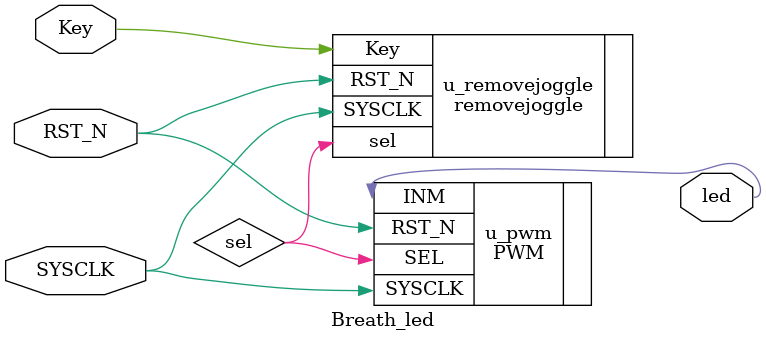
<source format=v>
`timescale 1ns / 1ps


module Breath_led(
	SYSCLK,
	Key,
	RST_N,
	led
    );

input SYSCLK;
input RST_N;
input Key;
output led;

wire sel;

PWM u_pwm(
    .SYSCLK(SYSCLK),//100MHz
    .SEL(sel),
    .RST_N(RST_N),
    .INM(led)//被调制的器件
    );

removejoggle u_removejoggle(
				.SYSCLK(SYSCLK),
				.Key(Key),
				.RST_N(RST_N),
				.sel(sel)
				);

endmodule

</source>
